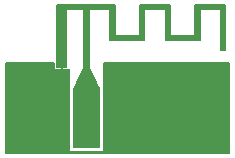
<source format=gbr>
G04 #@! TF.FileFunction,Copper,L1,Top,Signal*
%FSLAX46Y46*%
G04 Gerber Fmt 4.6, Leading zero omitted, Abs format (unit mm)*
G04 Created by KiCad (PCBNEW 4.0.5) date 02/24/17 14:21:39*
%MOMM*%
%LPD*%
G01*
G04 APERTURE LIST*
%ADD10C,0.025400*%
%ADD11R,2.290000X5.080000*%
%ADD12R,2.420000X5.080000*%
%ADD13C,0.970000*%
%ADD14R,0.460000X0.890000*%
%ADD15C,0.304800*%
%ADD16C,0.127000*%
G04 APERTURE END LIST*
D10*
D11*
X150876000Y-104488400D03*
D12*
X146496000Y-104488400D03*
X155256000Y-104488400D03*
D13*
X146496000Y-101048400D03*
X155256000Y-101048400D03*
D14*
X146496000Y-101498400D03*
X155256000Y-101498400D03*
D15*
X162496500Y-100152200D03*
X161607500Y-100152200D03*
X160718500Y-100152200D03*
X159829500Y-100152200D03*
X158940500Y-100152200D03*
X158051500Y-100152200D03*
X157162500Y-100152200D03*
X156273500Y-100152200D03*
X155384500Y-100152200D03*
X154495500Y-100152200D03*
X153606500Y-100152200D03*
X152717500Y-101041200D03*
X152717500Y-100152200D03*
X148780500Y-99961700D03*
D16*
X148399500Y-94869000D02*
X153276300Y-94869000D01*
X155384500Y-94869000D02*
X157949900Y-94869000D01*
X160058100Y-94869000D02*
X162623500Y-94869000D01*
X148399500Y-94945200D02*
X153276300Y-94945200D01*
X155384500Y-94945200D02*
X157949900Y-94945200D01*
X160058100Y-94945200D02*
X162623500Y-94945200D01*
X148399500Y-95021400D02*
X153276300Y-95021400D01*
X155384500Y-95021400D02*
X157949900Y-95021400D01*
X160058100Y-95021400D02*
X162623500Y-95021400D01*
X148399500Y-95097600D02*
X153276300Y-95097600D01*
X155384500Y-95097600D02*
X157949900Y-95097600D01*
X160058100Y-95097600D02*
X162623500Y-95097600D01*
X148399500Y-95173800D02*
X153276300Y-95173800D01*
X155384500Y-95173800D02*
X157949900Y-95173800D01*
X160058100Y-95173800D02*
X162623500Y-95173800D01*
X148399500Y-95250000D02*
X149225000Y-95250000D01*
X150622000Y-95250000D02*
X151130000Y-95250000D01*
X152831800Y-95250000D02*
X153276300Y-95250000D01*
X155384500Y-95250000D02*
X155829000Y-95250000D01*
X157505400Y-95250000D02*
X157949900Y-95250000D01*
X160058100Y-95250000D02*
X160502600Y-95250000D01*
X162179000Y-95250000D02*
X162623500Y-95250000D01*
X148399500Y-95326200D02*
X149161500Y-95326200D01*
X150685500Y-95326200D02*
X151066500Y-95326200D01*
X152895300Y-95326200D02*
X153276300Y-95326200D01*
X155384500Y-95326200D02*
X155765500Y-95326200D01*
X157568900Y-95326200D02*
X157949900Y-95326200D01*
X160058100Y-95326200D02*
X160439100Y-95326200D01*
X162242500Y-95326200D02*
X162623500Y-95326200D01*
X148399500Y-95402400D02*
X149161500Y-95402400D01*
X150685500Y-95402400D02*
X151066500Y-95402400D01*
X152895300Y-95402400D02*
X153276300Y-95402400D01*
X155384500Y-95402400D02*
X155765500Y-95402400D01*
X157568900Y-95402400D02*
X157949900Y-95402400D01*
X160058100Y-95402400D02*
X160439100Y-95402400D01*
X162242500Y-95402400D02*
X162623500Y-95402400D01*
X148399500Y-95478600D02*
X149161500Y-95478600D01*
X150685500Y-95478600D02*
X151066500Y-95478600D01*
X152895300Y-95478600D02*
X153276300Y-95478600D01*
X155384500Y-95478600D02*
X155765500Y-95478600D01*
X157568900Y-95478600D02*
X157949900Y-95478600D01*
X160058100Y-95478600D02*
X160439100Y-95478600D01*
X162242500Y-95478600D02*
X162623500Y-95478600D01*
X148399500Y-95554800D02*
X149161500Y-95554800D01*
X150685500Y-95554800D02*
X151066500Y-95554800D01*
X152895300Y-95554800D02*
X153276300Y-95554800D01*
X155384500Y-95554800D02*
X155765500Y-95554800D01*
X157568900Y-95554800D02*
X157949900Y-95554800D01*
X160058100Y-95554800D02*
X160439100Y-95554800D01*
X162242500Y-95554800D02*
X162623500Y-95554800D01*
X148399500Y-95631000D02*
X149161500Y-95631000D01*
X150685500Y-95631000D02*
X151066500Y-95631000D01*
X152895300Y-95631000D02*
X153276300Y-95631000D01*
X155384500Y-95631000D02*
X155765500Y-95631000D01*
X157568900Y-95631000D02*
X157949900Y-95631000D01*
X160058100Y-95631000D02*
X160439100Y-95631000D01*
X162242500Y-95631000D02*
X162623500Y-95631000D01*
X148399500Y-95707200D02*
X149161500Y-95707200D01*
X150685500Y-95707200D02*
X151066500Y-95707200D01*
X152895300Y-95707200D02*
X153276300Y-95707200D01*
X155384500Y-95707200D02*
X155765500Y-95707200D01*
X157568900Y-95707200D02*
X157949900Y-95707200D01*
X160058100Y-95707200D02*
X160439100Y-95707200D01*
X162242500Y-95707200D02*
X162623500Y-95707200D01*
X148399500Y-95783400D02*
X149161500Y-95783400D01*
X150685500Y-95783400D02*
X151066500Y-95783400D01*
X152895300Y-95783400D02*
X153276300Y-95783400D01*
X155384500Y-95783400D02*
X155765500Y-95783400D01*
X157568900Y-95783400D02*
X157949900Y-95783400D01*
X160058100Y-95783400D02*
X160439100Y-95783400D01*
X162242500Y-95783400D02*
X162623500Y-95783400D01*
X148399500Y-95859600D02*
X149161500Y-95859600D01*
X150685500Y-95859600D02*
X151066500Y-95859600D01*
X152895300Y-95859600D02*
X153276300Y-95859600D01*
X155384500Y-95859600D02*
X155765500Y-95859600D01*
X157568900Y-95859600D02*
X157949900Y-95859600D01*
X160058100Y-95859600D02*
X160439100Y-95859600D01*
X162242500Y-95859600D02*
X162623500Y-95859600D01*
X148399500Y-95935800D02*
X149161500Y-95935800D01*
X150685500Y-95935800D02*
X151066500Y-95935800D01*
X152895300Y-95935800D02*
X153276300Y-95935800D01*
X155384500Y-95935800D02*
X155765500Y-95935800D01*
X157568900Y-95935800D02*
X157949900Y-95935800D01*
X160058100Y-95935800D02*
X160439100Y-95935800D01*
X162242500Y-95935800D02*
X162623500Y-95935800D01*
X148399500Y-96012000D02*
X149161500Y-96012000D01*
X150685500Y-96012000D02*
X151066500Y-96012000D01*
X152895300Y-96012000D02*
X153276300Y-96012000D01*
X155384500Y-96012000D02*
X155765500Y-96012000D01*
X157568900Y-96012000D02*
X157949900Y-96012000D01*
X160058100Y-96012000D02*
X160439100Y-96012000D01*
X162242500Y-96012000D02*
X162623500Y-96012000D01*
X148399500Y-96088200D02*
X149161500Y-96088200D01*
X150685500Y-96088200D02*
X151066500Y-96088200D01*
X152895300Y-96088200D02*
X153276300Y-96088200D01*
X155384500Y-96088200D02*
X155765500Y-96088200D01*
X157568900Y-96088200D02*
X157949900Y-96088200D01*
X160058100Y-96088200D02*
X160439100Y-96088200D01*
X162242500Y-96088200D02*
X162623500Y-96088200D01*
X148399500Y-96164400D02*
X149161500Y-96164400D01*
X150685500Y-96164400D02*
X151066500Y-96164400D01*
X152895300Y-96164400D02*
X153276300Y-96164400D01*
X155384500Y-96164400D02*
X155765500Y-96164400D01*
X157568900Y-96164400D02*
X157949900Y-96164400D01*
X160058100Y-96164400D02*
X160439100Y-96164400D01*
X162242500Y-96164400D02*
X162623500Y-96164400D01*
X148399500Y-96240600D02*
X149161500Y-96240600D01*
X150685500Y-96240600D02*
X151066500Y-96240600D01*
X152895300Y-96240600D02*
X153276300Y-96240600D01*
X155384500Y-96240600D02*
X155765500Y-96240600D01*
X157568900Y-96240600D02*
X157949900Y-96240600D01*
X160058100Y-96240600D02*
X160439100Y-96240600D01*
X162242500Y-96240600D02*
X162623500Y-96240600D01*
X148399500Y-96316800D02*
X149161500Y-96316800D01*
X150685500Y-96316800D02*
X151066500Y-96316800D01*
X152895300Y-96316800D02*
X153276300Y-96316800D01*
X155384500Y-96316800D02*
X155765500Y-96316800D01*
X157568900Y-96316800D02*
X157949900Y-96316800D01*
X160058100Y-96316800D02*
X160439100Y-96316800D01*
X162242500Y-96316800D02*
X162623500Y-96316800D01*
X148399500Y-96393000D02*
X149161500Y-96393000D01*
X150685500Y-96393000D02*
X151066500Y-96393000D01*
X152895300Y-96393000D02*
X153276300Y-96393000D01*
X155384500Y-96393000D02*
X155765500Y-96393000D01*
X157568900Y-96393000D02*
X157949900Y-96393000D01*
X160058100Y-96393000D02*
X160439100Y-96393000D01*
X162242500Y-96393000D02*
X162623500Y-96393000D01*
X148399500Y-96469200D02*
X149161500Y-96469200D01*
X150685500Y-96469200D02*
X151066500Y-96469200D01*
X152895300Y-96469200D02*
X153276300Y-96469200D01*
X155384500Y-96469200D02*
X155765500Y-96469200D01*
X157568900Y-96469200D02*
X157949900Y-96469200D01*
X160058100Y-96469200D02*
X160439100Y-96469200D01*
X162242500Y-96469200D02*
X162623500Y-96469200D01*
X148399500Y-96545400D02*
X149161500Y-96545400D01*
X150685500Y-96545400D02*
X151066500Y-96545400D01*
X152895300Y-96545400D02*
X153276300Y-96545400D01*
X155384500Y-96545400D02*
X155765500Y-96545400D01*
X157568900Y-96545400D02*
X157949900Y-96545400D01*
X160058100Y-96545400D02*
X160439100Y-96545400D01*
X162242500Y-96545400D02*
X162623500Y-96545400D01*
X148399500Y-96621600D02*
X149161500Y-96621600D01*
X150685500Y-96621600D02*
X151066500Y-96621600D01*
X152895300Y-96621600D02*
X153276300Y-96621600D01*
X155384500Y-96621600D02*
X155765500Y-96621600D01*
X157568900Y-96621600D02*
X157949900Y-96621600D01*
X160058100Y-96621600D02*
X160439100Y-96621600D01*
X162242500Y-96621600D02*
X162623500Y-96621600D01*
X148399500Y-96697800D02*
X149161500Y-96697800D01*
X150685500Y-96697800D02*
X151066500Y-96697800D01*
X152895300Y-96697800D02*
X153276300Y-96697800D01*
X155384500Y-96697800D02*
X155765500Y-96697800D01*
X157568900Y-96697800D02*
X157949900Y-96697800D01*
X160058100Y-96697800D02*
X160439100Y-96697800D01*
X162242500Y-96697800D02*
X162623500Y-96697800D01*
X148399500Y-96774000D02*
X149161500Y-96774000D01*
X150685500Y-96774000D02*
X151066500Y-96774000D01*
X152895300Y-96774000D02*
X153276300Y-96774000D01*
X155384500Y-96774000D02*
X155765500Y-96774000D01*
X157568900Y-96774000D02*
X157949900Y-96774000D01*
X160058100Y-96774000D02*
X160439100Y-96774000D01*
X162242500Y-96774000D02*
X162623500Y-96774000D01*
X148399500Y-96850200D02*
X149161500Y-96850200D01*
X150685500Y-96850200D02*
X151066500Y-96850200D01*
X152895300Y-96850200D02*
X153276300Y-96850200D01*
X155384500Y-96850200D02*
X155765500Y-96850200D01*
X157568900Y-96850200D02*
X157949900Y-96850200D01*
X160058100Y-96850200D02*
X160439100Y-96850200D01*
X162242500Y-96850200D02*
X162623500Y-96850200D01*
X148399500Y-96926400D02*
X149161500Y-96926400D01*
X150685500Y-96926400D02*
X151066500Y-96926400D01*
X152895300Y-96926400D02*
X153276300Y-96926400D01*
X155384500Y-96926400D02*
X155765500Y-96926400D01*
X157568900Y-96926400D02*
X157949900Y-96926400D01*
X160058100Y-96926400D02*
X160439100Y-96926400D01*
X162242500Y-96926400D02*
X162623500Y-96926400D01*
X148399500Y-97002600D02*
X149161500Y-97002600D01*
X150685500Y-97002600D02*
X151066500Y-97002600D01*
X152895300Y-97002600D02*
X153276300Y-97002600D01*
X155384500Y-97002600D02*
X155765500Y-97002600D01*
X157568900Y-97002600D02*
X157949900Y-97002600D01*
X160058100Y-97002600D02*
X160439100Y-97002600D01*
X162242500Y-97002600D02*
X162623500Y-97002600D01*
X148399500Y-97078800D02*
X149161500Y-97078800D01*
X150685500Y-97078800D02*
X151066500Y-97078800D01*
X152895300Y-97078800D02*
X153276300Y-97078800D01*
X155384500Y-97078800D02*
X155765500Y-97078800D01*
X157568900Y-97078800D02*
X157949900Y-97078800D01*
X160058100Y-97078800D02*
X160439100Y-97078800D01*
X162242500Y-97078800D02*
X162623500Y-97078800D01*
X148399500Y-97155000D02*
X149161500Y-97155000D01*
X150685500Y-97155000D02*
X151066500Y-97155000D01*
X152895300Y-97155000D02*
X153276300Y-97155000D01*
X155384500Y-97155000D02*
X155765500Y-97155000D01*
X157568900Y-97155000D02*
X157949900Y-97155000D01*
X160058100Y-97155000D02*
X160439100Y-97155000D01*
X162242500Y-97155000D02*
X162623500Y-97155000D01*
X148399500Y-97231200D02*
X149161500Y-97231200D01*
X150685500Y-97231200D02*
X151066500Y-97231200D01*
X152895300Y-97231200D02*
X153276300Y-97231200D01*
X155384500Y-97231200D02*
X155765500Y-97231200D01*
X157568900Y-97231200D02*
X157949900Y-97231200D01*
X160058100Y-97231200D02*
X160439100Y-97231200D01*
X162242500Y-97231200D02*
X162623500Y-97231200D01*
X148399500Y-97307400D02*
X149161500Y-97307400D01*
X150685500Y-97307400D02*
X151066500Y-97307400D01*
X152895300Y-97307400D02*
X153276300Y-97307400D01*
X155384500Y-97307400D02*
X155765500Y-97307400D01*
X157568900Y-97307400D02*
X157949900Y-97307400D01*
X160058100Y-97307400D02*
X160439100Y-97307400D01*
X162242500Y-97307400D02*
X162623500Y-97307400D01*
X148399500Y-97383600D02*
X149161500Y-97383600D01*
X150685500Y-97383600D02*
X151066500Y-97383600D01*
X152895300Y-97383600D02*
X153276300Y-97383600D01*
X155384500Y-97383600D02*
X155765500Y-97383600D01*
X157568900Y-97383600D02*
X157949900Y-97383600D01*
X160058100Y-97383600D02*
X160439100Y-97383600D01*
X162242500Y-97383600D02*
X162623500Y-97383600D01*
X148399500Y-97459800D02*
X149161500Y-97459800D01*
X150685500Y-97459800D02*
X151066500Y-97459800D01*
X152895300Y-97459800D02*
X153278871Y-97459800D01*
X155382110Y-97459800D02*
X155765500Y-97459800D01*
X157568900Y-97459800D02*
X157952471Y-97459800D01*
X160055710Y-97459800D02*
X160439100Y-97459800D01*
X162242500Y-97459800D02*
X162623500Y-97459800D01*
X148399500Y-97536000D02*
X149161500Y-97536000D01*
X150685500Y-97536000D02*
X151066500Y-97536000D01*
X152895300Y-97536000D02*
X155765500Y-97536000D01*
X157568900Y-97536000D02*
X160439100Y-97536000D01*
X162242500Y-97536000D02*
X162623500Y-97536000D01*
X148399500Y-97612200D02*
X149161500Y-97612200D01*
X150685500Y-97612200D02*
X151066500Y-97612200D01*
X152895300Y-97612200D02*
X155765500Y-97612200D01*
X157568900Y-97612200D02*
X160439100Y-97612200D01*
X162242500Y-97612200D02*
X162623500Y-97612200D01*
X148399500Y-97688400D02*
X149161500Y-97688400D01*
X150685500Y-97688400D02*
X151066500Y-97688400D01*
X152895300Y-97688400D02*
X155765500Y-97688400D01*
X157568900Y-97688400D02*
X160439100Y-97688400D01*
X162242500Y-97688400D02*
X162623500Y-97688400D01*
X148399500Y-97764600D02*
X149161500Y-97764600D01*
X150685500Y-97764600D02*
X151066500Y-97764600D01*
X152895300Y-97764600D02*
X155765500Y-97764600D01*
X157568900Y-97764600D02*
X160439100Y-97764600D01*
X162242500Y-97764600D02*
X162623500Y-97764600D01*
X148399500Y-97840800D02*
X149161500Y-97840800D01*
X150685500Y-97840800D02*
X151066500Y-97840800D01*
X152895300Y-97840800D02*
X155765500Y-97840800D01*
X157568900Y-97840800D02*
X160439100Y-97840800D01*
X162242500Y-97840800D02*
X162623500Y-97840800D01*
X148399500Y-97917000D02*
X149161500Y-97917000D01*
X150685500Y-97917000D02*
X151066500Y-97917000D01*
X162242500Y-97917000D02*
X162623500Y-97917000D01*
X148399500Y-97993200D02*
X149161500Y-97993200D01*
X150685500Y-97993200D02*
X151066500Y-97993200D01*
X162242500Y-97993200D02*
X162623500Y-97993200D01*
X148399500Y-98069400D02*
X149161500Y-98069400D01*
X150685500Y-98069400D02*
X151066500Y-98069400D01*
X162242500Y-98069400D02*
X162623500Y-98069400D01*
X148399500Y-98145600D02*
X149161500Y-98145600D01*
X150685500Y-98145600D02*
X151066500Y-98145600D01*
X162242500Y-98145600D02*
X162623500Y-98145600D01*
X148399500Y-98221800D02*
X149161500Y-98221800D01*
X150685500Y-98221800D02*
X151066500Y-98221800D01*
X162242500Y-98221800D02*
X162623500Y-98221800D01*
X148399500Y-98298000D02*
X149161500Y-98298000D01*
X150685500Y-98298000D02*
X151066500Y-98298000D01*
X162242500Y-98298000D02*
X162623500Y-98298000D01*
X148399500Y-98374200D02*
X149161500Y-98374200D01*
X150685500Y-98374200D02*
X151066500Y-98374200D01*
X162242500Y-98374200D02*
X162623500Y-98374200D01*
X148399500Y-98450400D02*
X149161500Y-98450400D01*
X150685500Y-98450400D02*
X151066500Y-98450400D01*
X162242500Y-98450400D02*
X162623500Y-98450400D01*
X148399500Y-98526600D02*
X149161500Y-98526600D01*
X150685500Y-98526600D02*
X151066500Y-98526600D01*
X162242500Y-98526600D02*
X162623500Y-98526600D01*
X148399500Y-98602800D02*
X149161500Y-98602800D01*
X150685500Y-98602800D02*
X151066500Y-98602800D01*
X162242500Y-98602800D02*
X162623500Y-98602800D01*
X148399500Y-98679000D02*
X149161500Y-98679000D01*
X150685500Y-98679000D02*
X151066500Y-98679000D01*
X148399500Y-98755200D02*
X149161500Y-98755200D01*
X150685500Y-98755200D02*
X151066500Y-98755200D01*
X148399500Y-98831400D02*
X149161500Y-98831400D01*
X150685500Y-98831400D02*
X151066500Y-98831400D01*
X148399500Y-98907600D02*
X149161500Y-98907600D01*
X150685500Y-98907600D02*
X151066500Y-98907600D01*
X148399500Y-98983800D02*
X149161500Y-98983800D01*
X150685500Y-98983800D02*
X151066500Y-98983800D01*
X148399500Y-99060000D02*
X149161500Y-99060000D01*
X150685500Y-99060000D02*
X151066500Y-99060000D01*
X148399500Y-99136200D02*
X149161500Y-99136200D01*
X150685500Y-99136200D02*
X151066500Y-99136200D01*
X148399500Y-99212400D02*
X149161500Y-99212400D01*
X150685500Y-99212400D02*
X151066500Y-99212400D01*
X148399500Y-99288600D02*
X149161500Y-99288600D01*
X150685500Y-99288600D02*
X151066500Y-99288600D01*
X148399500Y-99364800D02*
X149161500Y-99364800D01*
X150685500Y-99364800D02*
X151066500Y-99364800D01*
X148399500Y-99441000D02*
X149161500Y-99441000D01*
X150685500Y-99441000D02*
X151066500Y-99441000D01*
X148399500Y-99517200D02*
X149161500Y-99517200D01*
X150685500Y-99517200D02*
X151066500Y-99517200D01*
X148399500Y-99593400D02*
X149161500Y-99593400D01*
X150685500Y-99593400D02*
X151066500Y-99593400D01*
X148399500Y-99669600D02*
X149161500Y-99669600D01*
X150685500Y-99669600D02*
X151066500Y-99669600D01*
X148399500Y-99745800D02*
X149161500Y-99745800D01*
X150685500Y-99745800D02*
X151066500Y-99745800D01*
X144081500Y-99822000D02*
X148145500Y-99822000D01*
X148399500Y-99822000D02*
X149161500Y-99822000D01*
X150685500Y-99822000D02*
X151066500Y-99822000D01*
X152336500Y-99822000D02*
X162928300Y-99822000D01*
X144081500Y-99898200D02*
X148145500Y-99898200D01*
X148399500Y-99898200D02*
X149161500Y-99898200D01*
X150685500Y-99898200D02*
X151066500Y-99898200D01*
X152336500Y-99898200D02*
X162928300Y-99898200D01*
X144081500Y-99974400D02*
X148145500Y-99974400D01*
X148399500Y-99974400D02*
X149161500Y-99974400D01*
X150685500Y-99974400D02*
X151066500Y-99974400D01*
X152336500Y-99974400D02*
X162928300Y-99974400D01*
X144081500Y-100050600D02*
X148145500Y-100050600D01*
X148399500Y-100050600D02*
X149161500Y-100050600D01*
X150685500Y-100050600D02*
X151066500Y-100050600D01*
X152336500Y-100050600D02*
X162928300Y-100050600D01*
X144081500Y-100126800D02*
X148145500Y-100126800D01*
X148399500Y-100126800D02*
X149161500Y-100126800D01*
X150685500Y-100126800D02*
X151066500Y-100126800D01*
X152336500Y-100126800D02*
X162928300Y-100126800D01*
X144081500Y-100203000D02*
X148145500Y-100203000D01*
X148765229Y-100203000D02*
X148795590Y-100203000D01*
X150685500Y-100203000D02*
X151066500Y-100203000D01*
X152336500Y-100203000D02*
X162928300Y-100203000D01*
X144081500Y-100279200D02*
X148145500Y-100279200D01*
X148767800Y-100279200D02*
X148793200Y-100279200D01*
X150661245Y-100279200D02*
X151090755Y-100279200D01*
X152336500Y-100279200D02*
X162928300Y-100279200D01*
X144081500Y-100355400D02*
X148148071Y-100355400D01*
X148765410Y-100355400D02*
X148795771Y-100355400D01*
X149413110Y-100355400D02*
X149415500Y-100355400D01*
X150623145Y-100355400D02*
X151128855Y-100355400D01*
X152336500Y-100355400D02*
X162928300Y-100355400D01*
X144081500Y-100431600D02*
X149415500Y-100431600D01*
X150585045Y-100431600D02*
X151166955Y-100431600D01*
X152336500Y-100431600D02*
X162928300Y-100431600D01*
X144081500Y-100507800D02*
X149415500Y-100507800D01*
X150546945Y-100507800D02*
X151205055Y-100507800D01*
X152336500Y-100507800D02*
X162928300Y-100507800D01*
X144081500Y-100584000D02*
X149415500Y-100584000D01*
X150508845Y-100584000D02*
X151243155Y-100584000D01*
X152336500Y-100584000D02*
X162928300Y-100584000D01*
X144081500Y-100660200D02*
X149415500Y-100660200D01*
X150470745Y-100660200D02*
X151281255Y-100660200D01*
X152336500Y-100660200D02*
X162928300Y-100660200D01*
X144081500Y-100736400D02*
X149415500Y-100736400D01*
X150432645Y-100736400D02*
X151319355Y-100736400D01*
X152336500Y-100736400D02*
X162928300Y-100736400D01*
X144081500Y-100812600D02*
X149415500Y-100812600D01*
X150394545Y-100812600D02*
X151357455Y-100812600D01*
X152336500Y-100812600D02*
X162928300Y-100812600D01*
X144081500Y-100888800D02*
X149415500Y-100888800D01*
X150356445Y-100888800D02*
X151395555Y-100888800D01*
X152336500Y-100888800D02*
X162928300Y-100888800D01*
X144081500Y-100965000D02*
X149415500Y-100965000D01*
X150318345Y-100965000D02*
X151433655Y-100965000D01*
X152336500Y-100965000D02*
X162928300Y-100965000D01*
X144081500Y-101041200D02*
X149415500Y-101041200D01*
X150280245Y-101041200D02*
X151471755Y-101041200D01*
X152336500Y-101041200D02*
X162928300Y-101041200D01*
X144081500Y-101117400D02*
X149415500Y-101117400D01*
X150242145Y-101117400D02*
X151509855Y-101117400D01*
X152336500Y-101117400D02*
X162928300Y-101117400D01*
X144081500Y-101193600D02*
X149415500Y-101193600D01*
X150204045Y-101193600D02*
X151547955Y-101193600D01*
X152336500Y-101193600D02*
X162928300Y-101193600D01*
X144081500Y-101269800D02*
X149415500Y-101269800D01*
X150165945Y-101269800D02*
X151586055Y-101269800D01*
X152336500Y-101269800D02*
X162928300Y-101269800D01*
X144081500Y-101346000D02*
X149415500Y-101346000D01*
X150127845Y-101346000D02*
X151624155Y-101346000D01*
X152336500Y-101346000D02*
X162928300Y-101346000D01*
X144081500Y-101422200D02*
X149415500Y-101422200D01*
X150089745Y-101422200D02*
X151662255Y-101422200D01*
X152336500Y-101422200D02*
X162928300Y-101422200D01*
X144081500Y-101498400D02*
X149415500Y-101498400D01*
X150051645Y-101498400D02*
X151700355Y-101498400D01*
X152336500Y-101498400D02*
X162928300Y-101498400D01*
X144081500Y-101574600D02*
X149415500Y-101574600D01*
X150013545Y-101574600D02*
X151738455Y-101574600D01*
X152336500Y-101574600D02*
X162928300Y-101574600D01*
X144081500Y-101650800D02*
X149415500Y-101650800D01*
X149975445Y-101650800D02*
X151776555Y-101650800D01*
X152336500Y-101650800D02*
X162928300Y-101650800D01*
X144081500Y-101727000D02*
X149415500Y-101727000D01*
X149937345Y-101727000D02*
X151814655Y-101727000D01*
X152336500Y-101727000D02*
X162928300Y-101727000D01*
X144081500Y-101803200D02*
X149415500Y-101803200D01*
X149899245Y-101803200D02*
X151852755Y-101803200D01*
X152336500Y-101803200D02*
X162928300Y-101803200D01*
X144081500Y-101879400D02*
X149415500Y-101879400D01*
X149861145Y-101879400D02*
X151890855Y-101879400D01*
X152336500Y-101879400D02*
X162928300Y-101879400D01*
X144081500Y-101955600D02*
X149415500Y-101955600D01*
X149823045Y-101955600D02*
X151928955Y-101955600D01*
X152336500Y-101955600D02*
X162928300Y-101955600D01*
X144081500Y-102031800D02*
X149415500Y-102031800D01*
X149796500Y-102031800D02*
X151955500Y-102031800D01*
X152336500Y-102031800D02*
X162928300Y-102031800D01*
X144081500Y-102108000D02*
X149415500Y-102108000D01*
X149796500Y-102108000D02*
X151955500Y-102108000D01*
X152336500Y-102108000D02*
X162928300Y-102108000D01*
X144081500Y-102184200D02*
X149415500Y-102184200D01*
X149796500Y-102184200D02*
X151955500Y-102184200D01*
X152336500Y-102184200D02*
X162928300Y-102184200D01*
X144081500Y-102260400D02*
X149415500Y-102260400D01*
X149796500Y-102260400D02*
X151955500Y-102260400D01*
X152336500Y-102260400D02*
X162928300Y-102260400D01*
X144081500Y-102336600D02*
X149415500Y-102336600D01*
X149796500Y-102336600D02*
X151955500Y-102336600D01*
X152336500Y-102336600D02*
X162928300Y-102336600D01*
X144081500Y-102412800D02*
X149415500Y-102412800D01*
X149796500Y-102412800D02*
X151955500Y-102412800D01*
X152336500Y-102412800D02*
X162928300Y-102412800D01*
X144081500Y-102489000D02*
X149415500Y-102489000D01*
X149796500Y-102489000D02*
X151955500Y-102489000D01*
X152336500Y-102489000D02*
X162928300Y-102489000D01*
X144081500Y-102565200D02*
X149415500Y-102565200D01*
X149796500Y-102565200D02*
X151955500Y-102565200D01*
X152336500Y-102565200D02*
X162928300Y-102565200D01*
X144081500Y-102641400D02*
X149415500Y-102641400D01*
X149796500Y-102641400D02*
X151955500Y-102641400D01*
X152336500Y-102641400D02*
X162928300Y-102641400D01*
X144081500Y-102717600D02*
X149415500Y-102717600D01*
X149796500Y-102717600D02*
X151955500Y-102717600D01*
X152336500Y-102717600D02*
X162928300Y-102717600D01*
X144081500Y-102793800D02*
X149415500Y-102793800D01*
X149796500Y-102793800D02*
X151955500Y-102793800D01*
X152336500Y-102793800D02*
X162928300Y-102793800D01*
X144081500Y-102870000D02*
X149415500Y-102870000D01*
X149796500Y-102870000D02*
X151955500Y-102870000D01*
X152336500Y-102870000D02*
X162928300Y-102870000D01*
X144081500Y-102946200D02*
X149415500Y-102946200D01*
X149796500Y-102946200D02*
X151955500Y-102946200D01*
X152336500Y-102946200D02*
X162928300Y-102946200D01*
X144081500Y-103022400D02*
X149415500Y-103022400D01*
X149796500Y-103022400D02*
X151955500Y-103022400D01*
X152336500Y-103022400D02*
X162928300Y-103022400D01*
X144081500Y-103098600D02*
X149415500Y-103098600D01*
X149796500Y-103098600D02*
X151955500Y-103098600D01*
X152336500Y-103098600D02*
X162928300Y-103098600D01*
X144081500Y-103174800D02*
X149415500Y-103174800D01*
X149796500Y-103174800D02*
X151955500Y-103174800D01*
X152336500Y-103174800D02*
X162928300Y-103174800D01*
X144081500Y-103251000D02*
X149415500Y-103251000D01*
X149796500Y-103251000D02*
X151955500Y-103251000D01*
X152336500Y-103251000D02*
X162928300Y-103251000D01*
X144081500Y-103327200D02*
X149415500Y-103327200D01*
X149796500Y-103327200D02*
X151955500Y-103327200D01*
X152336500Y-103327200D02*
X162928300Y-103327200D01*
X144081500Y-103403400D02*
X149415500Y-103403400D01*
X149796500Y-103403400D02*
X151955500Y-103403400D01*
X152336500Y-103403400D02*
X162928300Y-103403400D01*
X144081500Y-103479600D02*
X149415500Y-103479600D01*
X149796500Y-103479600D02*
X151955500Y-103479600D01*
X152336500Y-103479600D02*
X162928300Y-103479600D01*
X144081500Y-103555800D02*
X149415500Y-103555800D01*
X149796500Y-103555800D02*
X151955500Y-103555800D01*
X152336500Y-103555800D02*
X162928300Y-103555800D01*
X144081500Y-103632000D02*
X149415500Y-103632000D01*
X149796500Y-103632000D02*
X151955500Y-103632000D01*
X152336500Y-103632000D02*
X162928300Y-103632000D01*
X144081500Y-103708200D02*
X149415500Y-103708200D01*
X149796500Y-103708200D02*
X151955500Y-103708200D01*
X152336500Y-103708200D02*
X162928300Y-103708200D01*
X144081500Y-103784400D02*
X149415500Y-103784400D01*
X149796500Y-103784400D02*
X151955500Y-103784400D01*
X152336500Y-103784400D02*
X162928300Y-103784400D01*
X144081500Y-103860600D02*
X149415500Y-103860600D01*
X149796500Y-103860600D02*
X151955500Y-103860600D01*
X152336500Y-103860600D02*
X162928300Y-103860600D01*
X144081500Y-103936800D02*
X149415500Y-103936800D01*
X149796500Y-103936800D02*
X151955500Y-103936800D01*
X152336500Y-103936800D02*
X162928300Y-103936800D01*
X144081500Y-104013000D02*
X149415500Y-104013000D01*
X149796500Y-104013000D02*
X151955500Y-104013000D01*
X152336500Y-104013000D02*
X162928300Y-104013000D01*
X144081500Y-104089200D02*
X149415500Y-104089200D01*
X149796500Y-104089200D02*
X151955500Y-104089200D01*
X152336500Y-104089200D02*
X162928300Y-104089200D01*
X144081500Y-104165400D02*
X149415500Y-104165400D01*
X149796500Y-104165400D02*
X151955500Y-104165400D01*
X152336500Y-104165400D02*
X162928300Y-104165400D01*
X144081500Y-104241600D02*
X149415500Y-104241600D01*
X149796500Y-104241600D02*
X151955500Y-104241600D01*
X152336500Y-104241600D02*
X162928300Y-104241600D01*
X144081500Y-104317800D02*
X149415500Y-104317800D01*
X149796500Y-104317800D02*
X151955500Y-104317800D01*
X152336500Y-104317800D02*
X162928300Y-104317800D01*
X144081500Y-104394000D02*
X149415500Y-104394000D01*
X149796500Y-104394000D02*
X151955500Y-104394000D01*
X152336500Y-104394000D02*
X162928300Y-104394000D01*
X144081500Y-104470200D02*
X149415500Y-104470200D01*
X149796500Y-104470200D02*
X151955500Y-104470200D01*
X152336500Y-104470200D02*
X162928300Y-104470200D01*
X144081500Y-104546400D02*
X149415500Y-104546400D01*
X149796500Y-104546400D02*
X151955500Y-104546400D01*
X152336500Y-104546400D02*
X162928300Y-104546400D01*
X144081500Y-104622600D02*
X149415500Y-104622600D01*
X149796500Y-104622600D02*
X151955500Y-104622600D01*
X152336500Y-104622600D02*
X162928300Y-104622600D01*
X144081500Y-104698800D02*
X149415500Y-104698800D01*
X149796500Y-104698800D02*
X151955500Y-104698800D01*
X152336500Y-104698800D02*
X162928300Y-104698800D01*
X144081500Y-104775000D02*
X149415500Y-104775000D01*
X149796500Y-104775000D02*
X151955500Y-104775000D01*
X152336500Y-104775000D02*
X162928300Y-104775000D01*
X144081500Y-104851200D02*
X149415500Y-104851200D01*
X149796500Y-104851200D02*
X151955500Y-104851200D01*
X152336500Y-104851200D02*
X162928300Y-104851200D01*
X144081500Y-104927400D02*
X149415500Y-104927400D01*
X149796500Y-104927400D02*
X151955500Y-104927400D01*
X152336500Y-104927400D02*
X162928300Y-104927400D01*
X144081500Y-105003600D02*
X149415500Y-105003600D01*
X149796500Y-105003600D02*
X151955500Y-105003600D01*
X152336500Y-105003600D02*
X162928300Y-105003600D01*
X144081500Y-105079800D02*
X149415500Y-105079800D01*
X149796500Y-105079800D02*
X151955500Y-105079800D01*
X152336500Y-105079800D02*
X162928300Y-105079800D01*
X144081500Y-105156000D02*
X149415500Y-105156000D01*
X149796500Y-105156000D02*
X151955500Y-105156000D01*
X152336500Y-105156000D02*
X162928300Y-105156000D01*
X144081500Y-105232200D02*
X149415500Y-105232200D01*
X149796500Y-105232200D02*
X151955500Y-105232200D01*
X152336500Y-105232200D02*
X162928300Y-105232200D01*
X144081500Y-105308400D02*
X149415500Y-105308400D01*
X149796500Y-105308400D02*
X151955500Y-105308400D01*
X152336500Y-105308400D02*
X162928300Y-105308400D01*
X144081500Y-105384600D02*
X149415500Y-105384600D01*
X149796500Y-105384600D02*
X151955500Y-105384600D01*
X152336500Y-105384600D02*
X162928300Y-105384600D01*
X144081500Y-105460800D02*
X149415500Y-105460800D01*
X149796500Y-105460800D02*
X151955500Y-105460800D01*
X152336500Y-105460800D02*
X162928300Y-105460800D01*
X144081500Y-105537000D02*
X149415500Y-105537000D01*
X149796500Y-105537000D02*
X151955500Y-105537000D01*
X152336500Y-105537000D02*
X162928300Y-105537000D01*
X144081500Y-105613200D02*
X149415500Y-105613200D01*
X149796500Y-105613200D02*
X151955500Y-105613200D01*
X152336500Y-105613200D02*
X162928300Y-105613200D01*
X144081500Y-105689400D02*
X149415500Y-105689400D01*
X149796500Y-105689400D02*
X151955500Y-105689400D01*
X152336500Y-105689400D02*
X162928300Y-105689400D01*
X144081500Y-105765600D02*
X149415500Y-105765600D01*
X149796500Y-105765600D02*
X151955500Y-105765600D01*
X152336500Y-105765600D02*
X162928300Y-105765600D01*
X144081500Y-105841800D02*
X149415500Y-105841800D01*
X149796500Y-105841800D02*
X151955500Y-105841800D01*
X152336500Y-105841800D02*
X162928300Y-105841800D01*
X144081500Y-105918000D02*
X149415500Y-105918000D01*
X149796500Y-105918000D02*
X151955500Y-105918000D01*
X152336500Y-105918000D02*
X162928300Y-105918000D01*
X144081500Y-105994200D02*
X149415500Y-105994200D01*
X149796500Y-105994200D02*
X151955500Y-105994200D01*
X152336500Y-105994200D02*
X162928300Y-105994200D01*
X144081500Y-106070400D02*
X149415500Y-106070400D01*
X149796500Y-106070400D02*
X151955500Y-106070400D01*
X152336500Y-106070400D02*
X162928300Y-106070400D01*
X144081500Y-106146600D02*
X149415500Y-106146600D01*
X149796500Y-106146600D02*
X151955500Y-106146600D01*
X152336500Y-106146600D02*
X162928300Y-106146600D01*
X144081500Y-106222800D02*
X149415500Y-106222800D01*
X149796500Y-106222800D02*
X151955500Y-106222800D01*
X152336500Y-106222800D02*
X162928300Y-106222800D01*
X144081500Y-106299000D02*
X149415500Y-106299000D01*
X149796500Y-106299000D02*
X151955500Y-106299000D01*
X152336500Y-106299000D02*
X162928300Y-106299000D01*
X144081500Y-106375200D02*
X149415500Y-106375200D01*
X149796500Y-106375200D02*
X151955500Y-106375200D01*
X152336500Y-106375200D02*
X162928300Y-106375200D01*
X144081500Y-106451400D02*
X149415500Y-106451400D01*
X149796500Y-106451400D02*
X151955500Y-106451400D01*
X152336500Y-106451400D02*
X162928300Y-106451400D01*
X144081500Y-106527600D02*
X149415500Y-106527600D01*
X149796500Y-106527600D02*
X151955500Y-106527600D01*
X152336500Y-106527600D02*
X162928300Y-106527600D01*
X144081500Y-106603800D02*
X149415500Y-106603800D01*
X149796500Y-106603800D02*
X151955500Y-106603800D01*
X152336500Y-106603800D02*
X162928300Y-106603800D01*
X144081500Y-106680000D02*
X149415500Y-106680000D01*
X149796500Y-106680000D02*
X151955500Y-106680000D01*
X152336500Y-106680000D02*
X162928300Y-106680000D01*
X144081500Y-106756200D02*
X149415500Y-106756200D01*
X149796500Y-106756200D02*
X151955500Y-106756200D01*
X152336500Y-106756200D02*
X162928300Y-106756200D01*
X144081500Y-106832400D02*
X149415500Y-106832400D01*
X149796500Y-106832400D02*
X151955500Y-106832400D01*
X152336500Y-106832400D02*
X162928300Y-106832400D01*
X144081500Y-106908600D02*
X149415500Y-106908600D01*
X149796500Y-106908600D02*
X151955500Y-106908600D01*
X152336500Y-106908600D02*
X162928300Y-106908600D01*
X144081500Y-106984800D02*
X149415500Y-106984800D01*
X152336500Y-106984800D02*
X162928300Y-106984800D01*
X144081500Y-107061000D02*
X149415500Y-107061000D01*
X152336500Y-107061000D02*
X162928300Y-107061000D01*
X144081500Y-107137200D02*
X149415500Y-107137200D01*
X152336500Y-107137200D02*
X162928300Y-107137200D01*
X144081500Y-107213400D02*
X149415500Y-107213400D01*
X152336500Y-107213400D02*
X162928300Y-107213400D01*
X144081500Y-107289600D02*
X149418071Y-107289600D01*
X152334110Y-107289600D02*
X162928300Y-107289600D01*
X144081500Y-107365800D02*
X162928300Y-107365800D01*
X144081500Y-107442000D02*
X162928300Y-107442000D01*
X153276300Y-97447100D02*
X153281303Y-97471805D01*
X153295523Y-97492617D01*
X153316720Y-97506257D01*
X153339800Y-97510600D01*
X155321000Y-97510600D01*
X155345705Y-97505597D01*
X155366517Y-97491377D01*
X155380157Y-97470180D01*
X155384500Y-97447100D01*
X155384500Y-94869000D01*
X157949900Y-94869000D01*
X157949900Y-97447100D01*
X157954903Y-97471805D01*
X157969123Y-97492617D01*
X157990320Y-97506257D01*
X158013400Y-97510600D01*
X159994600Y-97510600D01*
X160019305Y-97505597D01*
X160040117Y-97491377D01*
X160053757Y-97470180D01*
X160058100Y-97447100D01*
X160058100Y-94869000D01*
X162623500Y-94869000D01*
X162623500Y-98679000D01*
X162242500Y-98679000D01*
X162242500Y-95313500D01*
X162237497Y-95288795D01*
X162223277Y-95267983D01*
X162202080Y-95254343D01*
X162179000Y-95250000D01*
X160502600Y-95250000D01*
X160477895Y-95255003D01*
X160457083Y-95269223D01*
X160443443Y-95290420D01*
X160439100Y-95313500D01*
X160439100Y-97891600D01*
X157568900Y-97891600D01*
X157568900Y-95313500D01*
X157563897Y-95288795D01*
X157549677Y-95267983D01*
X157528480Y-95254343D01*
X157505400Y-95250000D01*
X155829000Y-95250000D01*
X155804295Y-95255003D01*
X155783483Y-95269223D01*
X155769843Y-95290420D01*
X155765500Y-95313500D01*
X155765500Y-97891600D01*
X152895300Y-97891600D01*
X152895300Y-95313500D01*
X152890297Y-95288795D01*
X152876077Y-95267983D01*
X152854880Y-95254343D01*
X152831800Y-95250000D01*
X151130000Y-95250000D01*
X151105295Y-95255003D01*
X151084483Y-95269223D01*
X151070843Y-95290420D01*
X151066500Y-95313500D01*
X151066500Y-100215700D01*
X151073204Y-100244098D01*
X151955500Y-102008690D01*
X151955500Y-106959400D01*
X149796500Y-106959400D01*
X149796500Y-102008690D01*
X150678796Y-100244098D01*
X150685500Y-100215700D01*
X150685500Y-95313500D01*
X150680497Y-95288795D01*
X150666277Y-95267983D01*
X150645080Y-95254343D01*
X150622000Y-95250000D01*
X149225000Y-95250000D01*
X149200295Y-95255003D01*
X149179483Y-95269223D01*
X149165843Y-95290420D01*
X149161500Y-95313500D01*
X149161500Y-100152200D01*
X148856700Y-100152200D01*
X148831995Y-100157203D01*
X148811183Y-100171423D01*
X148797543Y-100192620D01*
X148793200Y-100215700D01*
X148793200Y-100342700D01*
X148798203Y-100367405D01*
X148812423Y-100388217D01*
X148833620Y-100401857D01*
X148856700Y-100406200D01*
X149352000Y-100406200D01*
X149376705Y-100401197D01*
X149397517Y-100386977D01*
X149411157Y-100365780D01*
X149415500Y-100342700D01*
X149415500Y-107276900D01*
X149420503Y-107301605D01*
X149434723Y-107322417D01*
X149455920Y-107336057D01*
X149479000Y-107340400D01*
X152273000Y-107340400D01*
X152297705Y-107335397D01*
X152318517Y-107321177D01*
X152332157Y-107299980D01*
X152336500Y-107276900D01*
X152336500Y-99771200D01*
X162928300Y-99771200D01*
X162928300Y-107467400D01*
X144081500Y-107467400D01*
X144081500Y-99771200D01*
X148145500Y-99771200D01*
X148145500Y-100342700D01*
X148150503Y-100367405D01*
X148164723Y-100388217D01*
X148185920Y-100401857D01*
X148209000Y-100406200D01*
X148704300Y-100406200D01*
X148729005Y-100401197D01*
X148749817Y-100386977D01*
X148763457Y-100365780D01*
X148767800Y-100342700D01*
X148767800Y-100215700D01*
X148762797Y-100190995D01*
X148748577Y-100170183D01*
X148727380Y-100156543D01*
X148704300Y-100152200D01*
X148399500Y-100152200D01*
X148399500Y-94869000D01*
X153276300Y-94869000D01*
X153276300Y-97447100D01*
M02*

</source>
